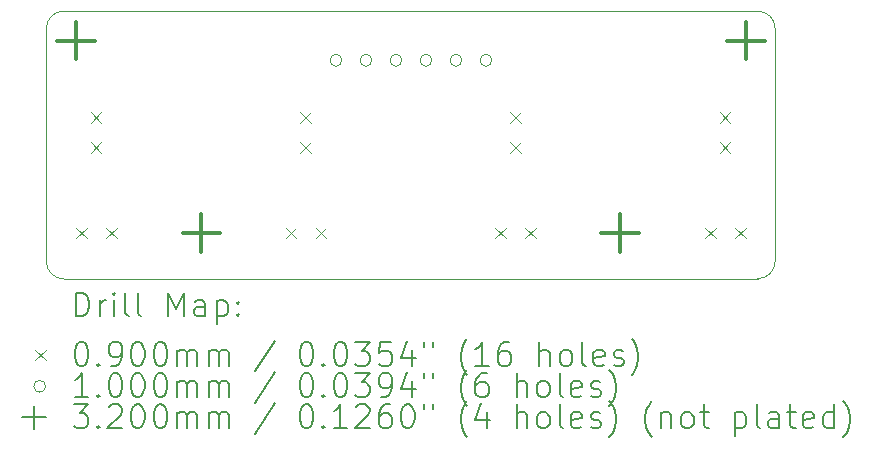
<source format=gbr>
%FSLAX45Y45*%
G04 Gerber Fmt 4.5, Leading zero omitted, Abs format (unit mm)*
G04 Created by KiCad (PCBNEW 6.0.1-79c1e3a40b~116~ubuntu20.04.1) date 2022-02-17 01:54:02*
%MOMM*%
%LPD*%
G01*
G04 APERTURE LIST*
%TA.AperFunction,Profile*%
%ADD10C,0.100000*%
%TD*%
%ADD11C,0.200000*%
%ADD12C,0.090000*%
%ADD13C,0.100000*%
%ADD14C,0.320000*%
G04 APERTURE END LIST*
D10*
X14703934Y-9057934D02*
X14703934Y-7091066D01*
X8681000Y-9209000D02*
X14553934Y-9207934D01*
X8531000Y-9059000D02*
G75*
G03*
X8681000Y-9209000I150000J0D01*
G01*
X14553934Y-6941066D02*
X8681000Y-6941000D01*
X8681000Y-6941000D02*
G75*
G03*
X8531000Y-7091000I0J-150000D01*
G01*
X14553934Y-9207934D02*
G75*
G03*
X14703934Y-9057934I0J150000D01*
G01*
X8531000Y-7091000D02*
X8531000Y-9059000D01*
X14703934Y-7091066D02*
G75*
G03*
X14553934Y-6941066I-150000J0D01*
G01*
D11*
D12*
X8783500Y-8777000D02*
X8873500Y-8867000D01*
X8873500Y-8777000D02*
X8783500Y-8867000D01*
X8909000Y-7799500D02*
X8999000Y-7889500D01*
X8999000Y-7799500D02*
X8909000Y-7889500D01*
X8909000Y-8053500D02*
X8999000Y-8143500D01*
X8999000Y-8053500D02*
X8909000Y-8143500D01*
X9037500Y-8777000D02*
X9127500Y-8867000D01*
X9127500Y-8777000D02*
X9037500Y-8867000D01*
X10558500Y-8777000D02*
X10648500Y-8867000D01*
X10648500Y-8777000D02*
X10558500Y-8867000D01*
X10684000Y-7799500D02*
X10774000Y-7889500D01*
X10774000Y-7799500D02*
X10684000Y-7889500D01*
X10684000Y-8053500D02*
X10774000Y-8143500D01*
X10774000Y-8053500D02*
X10684000Y-8143500D01*
X10812500Y-8777000D02*
X10902500Y-8867000D01*
X10902500Y-8777000D02*
X10812500Y-8867000D01*
X12333500Y-8777000D02*
X12423500Y-8867000D01*
X12423500Y-8777000D02*
X12333500Y-8867000D01*
X12459000Y-7799500D02*
X12549000Y-7889500D01*
X12549000Y-7799500D02*
X12459000Y-7889500D01*
X12459000Y-8053500D02*
X12549000Y-8143500D01*
X12549000Y-8053500D02*
X12459000Y-8143500D01*
X12587500Y-8777000D02*
X12677500Y-8867000D01*
X12677500Y-8777000D02*
X12587500Y-8867000D01*
X14108500Y-8777000D02*
X14198500Y-8867000D01*
X14198500Y-8777000D02*
X14108500Y-8867000D01*
X14234000Y-7799500D02*
X14324000Y-7889500D01*
X14324000Y-7799500D02*
X14234000Y-7889500D01*
X14234000Y-8053500D02*
X14324000Y-8143500D01*
X14324000Y-8053500D02*
X14234000Y-8143500D01*
X14362500Y-8777000D02*
X14452500Y-8867000D01*
X14452500Y-8777000D02*
X14362500Y-8867000D01*
D13*
X11034500Y-7358500D02*
G75*
G03*
X11034500Y-7358500I-50000J0D01*
G01*
X11288500Y-7358500D02*
G75*
G03*
X11288500Y-7358500I-50000J0D01*
G01*
X11542500Y-7358500D02*
G75*
G03*
X11542500Y-7358500I-50000J0D01*
G01*
X11796500Y-7358500D02*
G75*
G03*
X11796500Y-7358500I-50000J0D01*
G01*
X12050500Y-7358500D02*
G75*
G03*
X12050500Y-7358500I-50000J0D01*
G01*
X12304500Y-7358500D02*
G75*
G03*
X12304500Y-7358500I-50000J0D01*
G01*
D14*
X8781000Y-7031000D02*
X8781000Y-7351000D01*
X8621000Y-7191000D02*
X8941000Y-7191000D01*
X9846000Y-8662000D02*
X9846000Y-8982000D01*
X9686000Y-8822000D02*
X10006000Y-8822000D01*
X13390000Y-8662000D02*
X13390000Y-8982000D01*
X13230000Y-8822000D02*
X13550000Y-8822000D01*
X14454000Y-7031000D02*
X14454000Y-7351000D01*
X14294000Y-7191000D02*
X14614000Y-7191000D01*
D11*
X8783619Y-9524476D02*
X8783619Y-9324476D01*
X8831238Y-9324476D01*
X8859810Y-9334000D01*
X8878857Y-9353048D01*
X8888381Y-9372095D01*
X8897905Y-9410190D01*
X8897905Y-9438762D01*
X8888381Y-9476857D01*
X8878857Y-9495905D01*
X8859810Y-9514952D01*
X8831238Y-9524476D01*
X8783619Y-9524476D01*
X8983619Y-9524476D02*
X8983619Y-9391143D01*
X8983619Y-9429238D02*
X8993143Y-9410190D01*
X9002667Y-9400667D01*
X9021714Y-9391143D01*
X9040762Y-9391143D01*
X9107429Y-9524476D02*
X9107429Y-9391143D01*
X9107429Y-9324476D02*
X9097905Y-9334000D01*
X9107429Y-9343524D01*
X9116952Y-9334000D01*
X9107429Y-9324476D01*
X9107429Y-9343524D01*
X9231238Y-9524476D02*
X9212190Y-9514952D01*
X9202667Y-9495905D01*
X9202667Y-9324476D01*
X9336000Y-9524476D02*
X9316952Y-9514952D01*
X9307429Y-9495905D01*
X9307429Y-9324476D01*
X9564571Y-9524476D02*
X9564571Y-9324476D01*
X9631238Y-9467333D01*
X9697905Y-9324476D01*
X9697905Y-9524476D01*
X9878857Y-9524476D02*
X9878857Y-9419714D01*
X9869333Y-9400667D01*
X9850286Y-9391143D01*
X9812190Y-9391143D01*
X9793143Y-9400667D01*
X9878857Y-9514952D02*
X9859810Y-9524476D01*
X9812190Y-9524476D01*
X9793143Y-9514952D01*
X9783619Y-9495905D01*
X9783619Y-9476857D01*
X9793143Y-9457810D01*
X9812190Y-9448286D01*
X9859810Y-9448286D01*
X9878857Y-9438762D01*
X9974095Y-9391143D02*
X9974095Y-9591143D01*
X9974095Y-9400667D02*
X9993143Y-9391143D01*
X10031238Y-9391143D01*
X10050286Y-9400667D01*
X10059810Y-9410190D01*
X10069333Y-9429238D01*
X10069333Y-9486381D01*
X10059810Y-9505429D01*
X10050286Y-9514952D01*
X10031238Y-9524476D01*
X9993143Y-9524476D01*
X9974095Y-9514952D01*
X10155048Y-9505429D02*
X10164571Y-9514952D01*
X10155048Y-9524476D01*
X10145524Y-9514952D01*
X10155048Y-9505429D01*
X10155048Y-9524476D01*
X10155048Y-9400667D02*
X10164571Y-9410190D01*
X10155048Y-9419714D01*
X10145524Y-9410190D01*
X10155048Y-9400667D01*
X10155048Y-9419714D01*
D12*
X8436000Y-9809000D02*
X8526000Y-9899000D01*
X8526000Y-9809000D02*
X8436000Y-9899000D01*
D11*
X8821714Y-9744476D02*
X8840762Y-9744476D01*
X8859810Y-9754000D01*
X8869333Y-9763524D01*
X8878857Y-9782571D01*
X8888381Y-9820667D01*
X8888381Y-9868286D01*
X8878857Y-9906381D01*
X8869333Y-9925429D01*
X8859810Y-9934952D01*
X8840762Y-9944476D01*
X8821714Y-9944476D01*
X8802667Y-9934952D01*
X8793143Y-9925429D01*
X8783619Y-9906381D01*
X8774095Y-9868286D01*
X8774095Y-9820667D01*
X8783619Y-9782571D01*
X8793143Y-9763524D01*
X8802667Y-9754000D01*
X8821714Y-9744476D01*
X8974095Y-9925429D02*
X8983619Y-9934952D01*
X8974095Y-9944476D01*
X8964571Y-9934952D01*
X8974095Y-9925429D01*
X8974095Y-9944476D01*
X9078857Y-9944476D02*
X9116952Y-9944476D01*
X9136000Y-9934952D01*
X9145524Y-9925429D01*
X9164571Y-9896857D01*
X9174095Y-9858762D01*
X9174095Y-9782571D01*
X9164571Y-9763524D01*
X9155048Y-9754000D01*
X9136000Y-9744476D01*
X9097905Y-9744476D01*
X9078857Y-9754000D01*
X9069333Y-9763524D01*
X9059810Y-9782571D01*
X9059810Y-9830190D01*
X9069333Y-9849238D01*
X9078857Y-9858762D01*
X9097905Y-9868286D01*
X9136000Y-9868286D01*
X9155048Y-9858762D01*
X9164571Y-9849238D01*
X9174095Y-9830190D01*
X9297905Y-9744476D02*
X9316952Y-9744476D01*
X9336000Y-9754000D01*
X9345524Y-9763524D01*
X9355048Y-9782571D01*
X9364571Y-9820667D01*
X9364571Y-9868286D01*
X9355048Y-9906381D01*
X9345524Y-9925429D01*
X9336000Y-9934952D01*
X9316952Y-9944476D01*
X9297905Y-9944476D01*
X9278857Y-9934952D01*
X9269333Y-9925429D01*
X9259810Y-9906381D01*
X9250286Y-9868286D01*
X9250286Y-9820667D01*
X9259810Y-9782571D01*
X9269333Y-9763524D01*
X9278857Y-9754000D01*
X9297905Y-9744476D01*
X9488381Y-9744476D02*
X9507429Y-9744476D01*
X9526476Y-9754000D01*
X9536000Y-9763524D01*
X9545524Y-9782571D01*
X9555048Y-9820667D01*
X9555048Y-9868286D01*
X9545524Y-9906381D01*
X9536000Y-9925429D01*
X9526476Y-9934952D01*
X9507429Y-9944476D01*
X9488381Y-9944476D01*
X9469333Y-9934952D01*
X9459810Y-9925429D01*
X9450286Y-9906381D01*
X9440762Y-9868286D01*
X9440762Y-9820667D01*
X9450286Y-9782571D01*
X9459810Y-9763524D01*
X9469333Y-9754000D01*
X9488381Y-9744476D01*
X9640762Y-9944476D02*
X9640762Y-9811143D01*
X9640762Y-9830190D02*
X9650286Y-9820667D01*
X9669333Y-9811143D01*
X9697905Y-9811143D01*
X9716952Y-9820667D01*
X9726476Y-9839714D01*
X9726476Y-9944476D01*
X9726476Y-9839714D02*
X9736000Y-9820667D01*
X9755048Y-9811143D01*
X9783619Y-9811143D01*
X9802667Y-9820667D01*
X9812190Y-9839714D01*
X9812190Y-9944476D01*
X9907429Y-9944476D02*
X9907429Y-9811143D01*
X9907429Y-9830190D02*
X9916952Y-9820667D01*
X9936000Y-9811143D01*
X9964571Y-9811143D01*
X9983619Y-9820667D01*
X9993143Y-9839714D01*
X9993143Y-9944476D01*
X9993143Y-9839714D02*
X10002667Y-9820667D01*
X10021714Y-9811143D01*
X10050286Y-9811143D01*
X10069333Y-9820667D01*
X10078857Y-9839714D01*
X10078857Y-9944476D01*
X10469333Y-9734952D02*
X10297905Y-9992095D01*
X10726476Y-9744476D02*
X10745524Y-9744476D01*
X10764571Y-9754000D01*
X10774095Y-9763524D01*
X10783619Y-9782571D01*
X10793143Y-9820667D01*
X10793143Y-9868286D01*
X10783619Y-9906381D01*
X10774095Y-9925429D01*
X10764571Y-9934952D01*
X10745524Y-9944476D01*
X10726476Y-9944476D01*
X10707429Y-9934952D01*
X10697905Y-9925429D01*
X10688381Y-9906381D01*
X10678857Y-9868286D01*
X10678857Y-9820667D01*
X10688381Y-9782571D01*
X10697905Y-9763524D01*
X10707429Y-9754000D01*
X10726476Y-9744476D01*
X10878857Y-9925429D02*
X10888381Y-9934952D01*
X10878857Y-9944476D01*
X10869333Y-9934952D01*
X10878857Y-9925429D01*
X10878857Y-9944476D01*
X11012190Y-9744476D02*
X11031238Y-9744476D01*
X11050286Y-9754000D01*
X11059810Y-9763524D01*
X11069333Y-9782571D01*
X11078857Y-9820667D01*
X11078857Y-9868286D01*
X11069333Y-9906381D01*
X11059810Y-9925429D01*
X11050286Y-9934952D01*
X11031238Y-9944476D01*
X11012190Y-9944476D01*
X10993143Y-9934952D01*
X10983619Y-9925429D01*
X10974095Y-9906381D01*
X10964571Y-9868286D01*
X10964571Y-9820667D01*
X10974095Y-9782571D01*
X10983619Y-9763524D01*
X10993143Y-9754000D01*
X11012190Y-9744476D01*
X11145524Y-9744476D02*
X11269333Y-9744476D01*
X11202667Y-9820667D01*
X11231238Y-9820667D01*
X11250286Y-9830190D01*
X11259809Y-9839714D01*
X11269333Y-9858762D01*
X11269333Y-9906381D01*
X11259809Y-9925429D01*
X11250286Y-9934952D01*
X11231238Y-9944476D01*
X11174095Y-9944476D01*
X11155048Y-9934952D01*
X11145524Y-9925429D01*
X11450286Y-9744476D02*
X11355048Y-9744476D01*
X11345524Y-9839714D01*
X11355048Y-9830190D01*
X11374095Y-9820667D01*
X11421714Y-9820667D01*
X11440762Y-9830190D01*
X11450286Y-9839714D01*
X11459809Y-9858762D01*
X11459809Y-9906381D01*
X11450286Y-9925429D01*
X11440762Y-9934952D01*
X11421714Y-9944476D01*
X11374095Y-9944476D01*
X11355048Y-9934952D01*
X11345524Y-9925429D01*
X11631238Y-9811143D02*
X11631238Y-9944476D01*
X11583619Y-9734952D02*
X11536000Y-9877810D01*
X11659809Y-9877810D01*
X11726476Y-9744476D02*
X11726476Y-9782571D01*
X11802667Y-9744476D02*
X11802667Y-9782571D01*
X12097905Y-10020667D02*
X12088381Y-10011143D01*
X12069333Y-9982571D01*
X12059809Y-9963524D01*
X12050286Y-9934952D01*
X12040762Y-9887333D01*
X12040762Y-9849238D01*
X12050286Y-9801619D01*
X12059809Y-9773048D01*
X12069333Y-9754000D01*
X12088381Y-9725429D01*
X12097905Y-9715905D01*
X12278857Y-9944476D02*
X12164571Y-9944476D01*
X12221714Y-9944476D02*
X12221714Y-9744476D01*
X12202667Y-9773048D01*
X12183619Y-9792095D01*
X12164571Y-9801619D01*
X12450286Y-9744476D02*
X12412190Y-9744476D01*
X12393143Y-9754000D01*
X12383619Y-9763524D01*
X12364571Y-9792095D01*
X12355048Y-9830190D01*
X12355048Y-9906381D01*
X12364571Y-9925429D01*
X12374095Y-9934952D01*
X12393143Y-9944476D01*
X12431238Y-9944476D01*
X12450286Y-9934952D01*
X12459809Y-9925429D01*
X12469333Y-9906381D01*
X12469333Y-9858762D01*
X12459809Y-9839714D01*
X12450286Y-9830190D01*
X12431238Y-9820667D01*
X12393143Y-9820667D01*
X12374095Y-9830190D01*
X12364571Y-9839714D01*
X12355048Y-9858762D01*
X12707428Y-9944476D02*
X12707428Y-9744476D01*
X12793143Y-9944476D02*
X12793143Y-9839714D01*
X12783619Y-9820667D01*
X12764571Y-9811143D01*
X12736000Y-9811143D01*
X12716952Y-9820667D01*
X12707428Y-9830190D01*
X12916952Y-9944476D02*
X12897905Y-9934952D01*
X12888381Y-9925429D01*
X12878857Y-9906381D01*
X12878857Y-9849238D01*
X12888381Y-9830190D01*
X12897905Y-9820667D01*
X12916952Y-9811143D01*
X12945524Y-9811143D01*
X12964571Y-9820667D01*
X12974095Y-9830190D01*
X12983619Y-9849238D01*
X12983619Y-9906381D01*
X12974095Y-9925429D01*
X12964571Y-9934952D01*
X12945524Y-9944476D01*
X12916952Y-9944476D01*
X13097905Y-9944476D02*
X13078857Y-9934952D01*
X13069333Y-9915905D01*
X13069333Y-9744476D01*
X13250286Y-9934952D02*
X13231238Y-9944476D01*
X13193143Y-9944476D01*
X13174095Y-9934952D01*
X13164571Y-9915905D01*
X13164571Y-9839714D01*
X13174095Y-9820667D01*
X13193143Y-9811143D01*
X13231238Y-9811143D01*
X13250286Y-9820667D01*
X13259809Y-9839714D01*
X13259809Y-9858762D01*
X13164571Y-9877810D01*
X13336000Y-9934952D02*
X13355048Y-9944476D01*
X13393143Y-9944476D01*
X13412190Y-9934952D01*
X13421714Y-9915905D01*
X13421714Y-9906381D01*
X13412190Y-9887333D01*
X13393143Y-9877810D01*
X13364571Y-9877810D01*
X13345524Y-9868286D01*
X13336000Y-9849238D01*
X13336000Y-9839714D01*
X13345524Y-9820667D01*
X13364571Y-9811143D01*
X13393143Y-9811143D01*
X13412190Y-9820667D01*
X13488381Y-10020667D02*
X13497905Y-10011143D01*
X13516952Y-9982571D01*
X13526476Y-9963524D01*
X13536000Y-9934952D01*
X13545524Y-9887333D01*
X13545524Y-9849238D01*
X13536000Y-9801619D01*
X13526476Y-9773048D01*
X13516952Y-9754000D01*
X13497905Y-9725429D01*
X13488381Y-9715905D01*
D13*
X8526000Y-10118000D02*
G75*
G03*
X8526000Y-10118000I-50000J0D01*
G01*
D11*
X8888381Y-10208476D02*
X8774095Y-10208476D01*
X8831238Y-10208476D02*
X8831238Y-10008476D01*
X8812190Y-10037048D01*
X8793143Y-10056095D01*
X8774095Y-10065619D01*
X8974095Y-10189429D02*
X8983619Y-10198952D01*
X8974095Y-10208476D01*
X8964571Y-10198952D01*
X8974095Y-10189429D01*
X8974095Y-10208476D01*
X9107429Y-10008476D02*
X9126476Y-10008476D01*
X9145524Y-10018000D01*
X9155048Y-10027524D01*
X9164571Y-10046571D01*
X9174095Y-10084667D01*
X9174095Y-10132286D01*
X9164571Y-10170381D01*
X9155048Y-10189429D01*
X9145524Y-10198952D01*
X9126476Y-10208476D01*
X9107429Y-10208476D01*
X9088381Y-10198952D01*
X9078857Y-10189429D01*
X9069333Y-10170381D01*
X9059810Y-10132286D01*
X9059810Y-10084667D01*
X9069333Y-10046571D01*
X9078857Y-10027524D01*
X9088381Y-10018000D01*
X9107429Y-10008476D01*
X9297905Y-10008476D02*
X9316952Y-10008476D01*
X9336000Y-10018000D01*
X9345524Y-10027524D01*
X9355048Y-10046571D01*
X9364571Y-10084667D01*
X9364571Y-10132286D01*
X9355048Y-10170381D01*
X9345524Y-10189429D01*
X9336000Y-10198952D01*
X9316952Y-10208476D01*
X9297905Y-10208476D01*
X9278857Y-10198952D01*
X9269333Y-10189429D01*
X9259810Y-10170381D01*
X9250286Y-10132286D01*
X9250286Y-10084667D01*
X9259810Y-10046571D01*
X9269333Y-10027524D01*
X9278857Y-10018000D01*
X9297905Y-10008476D01*
X9488381Y-10008476D02*
X9507429Y-10008476D01*
X9526476Y-10018000D01*
X9536000Y-10027524D01*
X9545524Y-10046571D01*
X9555048Y-10084667D01*
X9555048Y-10132286D01*
X9545524Y-10170381D01*
X9536000Y-10189429D01*
X9526476Y-10198952D01*
X9507429Y-10208476D01*
X9488381Y-10208476D01*
X9469333Y-10198952D01*
X9459810Y-10189429D01*
X9450286Y-10170381D01*
X9440762Y-10132286D01*
X9440762Y-10084667D01*
X9450286Y-10046571D01*
X9459810Y-10027524D01*
X9469333Y-10018000D01*
X9488381Y-10008476D01*
X9640762Y-10208476D02*
X9640762Y-10075143D01*
X9640762Y-10094190D02*
X9650286Y-10084667D01*
X9669333Y-10075143D01*
X9697905Y-10075143D01*
X9716952Y-10084667D01*
X9726476Y-10103714D01*
X9726476Y-10208476D01*
X9726476Y-10103714D02*
X9736000Y-10084667D01*
X9755048Y-10075143D01*
X9783619Y-10075143D01*
X9802667Y-10084667D01*
X9812190Y-10103714D01*
X9812190Y-10208476D01*
X9907429Y-10208476D02*
X9907429Y-10075143D01*
X9907429Y-10094190D02*
X9916952Y-10084667D01*
X9936000Y-10075143D01*
X9964571Y-10075143D01*
X9983619Y-10084667D01*
X9993143Y-10103714D01*
X9993143Y-10208476D01*
X9993143Y-10103714D02*
X10002667Y-10084667D01*
X10021714Y-10075143D01*
X10050286Y-10075143D01*
X10069333Y-10084667D01*
X10078857Y-10103714D01*
X10078857Y-10208476D01*
X10469333Y-9998952D02*
X10297905Y-10256095D01*
X10726476Y-10008476D02*
X10745524Y-10008476D01*
X10764571Y-10018000D01*
X10774095Y-10027524D01*
X10783619Y-10046571D01*
X10793143Y-10084667D01*
X10793143Y-10132286D01*
X10783619Y-10170381D01*
X10774095Y-10189429D01*
X10764571Y-10198952D01*
X10745524Y-10208476D01*
X10726476Y-10208476D01*
X10707429Y-10198952D01*
X10697905Y-10189429D01*
X10688381Y-10170381D01*
X10678857Y-10132286D01*
X10678857Y-10084667D01*
X10688381Y-10046571D01*
X10697905Y-10027524D01*
X10707429Y-10018000D01*
X10726476Y-10008476D01*
X10878857Y-10189429D02*
X10888381Y-10198952D01*
X10878857Y-10208476D01*
X10869333Y-10198952D01*
X10878857Y-10189429D01*
X10878857Y-10208476D01*
X11012190Y-10008476D02*
X11031238Y-10008476D01*
X11050286Y-10018000D01*
X11059810Y-10027524D01*
X11069333Y-10046571D01*
X11078857Y-10084667D01*
X11078857Y-10132286D01*
X11069333Y-10170381D01*
X11059810Y-10189429D01*
X11050286Y-10198952D01*
X11031238Y-10208476D01*
X11012190Y-10208476D01*
X10993143Y-10198952D01*
X10983619Y-10189429D01*
X10974095Y-10170381D01*
X10964571Y-10132286D01*
X10964571Y-10084667D01*
X10974095Y-10046571D01*
X10983619Y-10027524D01*
X10993143Y-10018000D01*
X11012190Y-10008476D01*
X11145524Y-10008476D02*
X11269333Y-10008476D01*
X11202667Y-10084667D01*
X11231238Y-10084667D01*
X11250286Y-10094190D01*
X11259809Y-10103714D01*
X11269333Y-10122762D01*
X11269333Y-10170381D01*
X11259809Y-10189429D01*
X11250286Y-10198952D01*
X11231238Y-10208476D01*
X11174095Y-10208476D01*
X11155048Y-10198952D01*
X11145524Y-10189429D01*
X11364571Y-10208476D02*
X11402667Y-10208476D01*
X11421714Y-10198952D01*
X11431238Y-10189429D01*
X11450286Y-10160857D01*
X11459809Y-10122762D01*
X11459809Y-10046571D01*
X11450286Y-10027524D01*
X11440762Y-10018000D01*
X11421714Y-10008476D01*
X11383619Y-10008476D01*
X11364571Y-10018000D01*
X11355048Y-10027524D01*
X11345524Y-10046571D01*
X11345524Y-10094190D01*
X11355048Y-10113238D01*
X11364571Y-10122762D01*
X11383619Y-10132286D01*
X11421714Y-10132286D01*
X11440762Y-10122762D01*
X11450286Y-10113238D01*
X11459809Y-10094190D01*
X11631238Y-10075143D02*
X11631238Y-10208476D01*
X11583619Y-9998952D02*
X11536000Y-10141810D01*
X11659809Y-10141810D01*
X11726476Y-10008476D02*
X11726476Y-10046571D01*
X11802667Y-10008476D02*
X11802667Y-10046571D01*
X12097905Y-10284667D02*
X12088381Y-10275143D01*
X12069333Y-10246571D01*
X12059809Y-10227524D01*
X12050286Y-10198952D01*
X12040762Y-10151333D01*
X12040762Y-10113238D01*
X12050286Y-10065619D01*
X12059809Y-10037048D01*
X12069333Y-10018000D01*
X12088381Y-9989429D01*
X12097905Y-9979905D01*
X12259809Y-10008476D02*
X12221714Y-10008476D01*
X12202667Y-10018000D01*
X12193143Y-10027524D01*
X12174095Y-10056095D01*
X12164571Y-10094190D01*
X12164571Y-10170381D01*
X12174095Y-10189429D01*
X12183619Y-10198952D01*
X12202667Y-10208476D01*
X12240762Y-10208476D01*
X12259809Y-10198952D01*
X12269333Y-10189429D01*
X12278857Y-10170381D01*
X12278857Y-10122762D01*
X12269333Y-10103714D01*
X12259809Y-10094190D01*
X12240762Y-10084667D01*
X12202667Y-10084667D01*
X12183619Y-10094190D01*
X12174095Y-10103714D01*
X12164571Y-10122762D01*
X12516952Y-10208476D02*
X12516952Y-10008476D01*
X12602667Y-10208476D02*
X12602667Y-10103714D01*
X12593143Y-10084667D01*
X12574095Y-10075143D01*
X12545524Y-10075143D01*
X12526476Y-10084667D01*
X12516952Y-10094190D01*
X12726476Y-10208476D02*
X12707428Y-10198952D01*
X12697905Y-10189429D01*
X12688381Y-10170381D01*
X12688381Y-10113238D01*
X12697905Y-10094190D01*
X12707428Y-10084667D01*
X12726476Y-10075143D01*
X12755048Y-10075143D01*
X12774095Y-10084667D01*
X12783619Y-10094190D01*
X12793143Y-10113238D01*
X12793143Y-10170381D01*
X12783619Y-10189429D01*
X12774095Y-10198952D01*
X12755048Y-10208476D01*
X12726476Y-10208476D01*
X12907428Y-10208476D02*
X12888381Y-10198952D01*
X12878857Y-10179905D01*
X12878857Y-10008476D01*
X13059809Y-10198952D02*
X13040762Y-10208476D01*
X13002667Y-10208476D01*
X12983619Y-10198952D01*
X12974095Y-10179905D01*
X12974095Y-10103714D01*
X12983619Y-10084667D01*
X13002667Y-10075143D01*
X13040762Y-10075143D01*
X13059809Y-10084667D01*
X13069333Y-10103714D01*
X13069333Y-10122762D01*
X12974095Y-10141810D01*
X13145524Y-10198952D02*
X13164571Y-10208476D01*
X13202667Y-10208476D01*
X13221714Y-10198952D01*
X13231238Y-10179905D01*
X13231238Y-10170381D01*
X13221714Y-10151333D01*
X13202667Y-10141810D01*
X13174095Y-10141810D01*
X13155048Y-10132286D01*
X13145524Y-10113238D01*
X13145524Y-10103714D01*
X13155048Y-10084667D01*
X13174095Y-10075143D01*
X13202667Y-10075143D01*
X13221714Y-10084667D01*
X13297905Y-10284667D02*
X13307428Y-10275143D01*
X13326476Y-10246571D01*
X13336000Y-10227524D01*
X13345524Y-10198952D01*
X13355048Y-10151333D01*
X13355048Y-10113238D01*
X13345524Y-10065619D01*
X13336000Y-10037048D01*
X13326476Y-10018000D01*
X13307428Y-9989429D01*
X13297905Y-9979905D01*
X8426000Y-10282000D02*
X8426000Y-10482000D01*
X8326000Y-10382000D02*
X8526000Y-10382000D01*
X8764571Y-10272476D02*
X8888381Y-10272476D01*
X8821714Y-10348667D01*
X8850286Y-10348667D01*
X8869333Y-10358190D01*
X8878857Y-10367714D01*
X8888381Y-10386762D01*
X8888381Y-10434381D01*
X8878857Y-10453429D01*
X8869333Y-10462952D01*
X8850286Y-10472476D01*
X8793143Y-10472476D01*
X8774095Y-10462952D01*
X8764571Y-10453429D01*
X8974095Y-10453429D02*
X8983619Y-10462952D01*
X8974095Y-10472476D01*
X8964571Y-10462952D01*
X8974095Y-10453429D01*
X8974095Y-10472476D01*
X9059810Y-10291524D02*
X9069333Y-10282000D01*
X9088381Y-10272476D01*
X9136000Y-10272476D01*
X9155048Y-10282000D01*
X9164571Y-10291524D01*
X9174095Y-10310571D01*
X9174095Y-10329619D01*
X9164571Y-10358190D01*
X9050286Y-10472476D01*
X9174095Y-10472476D01*
X9297905Y-10272476D02*
X9316952Y-10272476D01*
X9336000Y-10282000D01*
X9345524Y-10291524D01*
X9355048Y-10310571D01*
X9364571Y-10348667D01*
X9364571Y-10396286D01*
X9355048Y-10434381D01*
X9345524Y-10453429D01*
X9336000Y-10462952D01*
X9316952Y-10472476D01*
X9297905Y-10472476D01*
X9278857Y-10462952D01*
X9269333Y-10453429D01*
X9259810Y-10434381D01*
X9250286Y-10396286D01*
X9250286Y-10348667D01*
X9259810Y-10310571D01*
X9269333Y-10291524D01*
X9278857Y-10282000D01*
X9297905Y-10272476D01*
X9488381Y-10272476D02*
X9507429Y-10272476D01*
X9526476Y-10282000D01*
X9536000Y-10291524D01*
X9545524Y-10310571D01*
X9555048Y-10348667D01*
X9555048Y-10396286D01*
X9545524Y-10434381D01*
X9536000Y-10453429D01*
X9526476Y-10462952D01*
X9507429Y-10472476D01*
X9488381Y-10472476D01*
X9469333Y-10462952D01*
X9459810Y-10453429D01*
X9450286Y-10434381D01*
X9440762Y-10396286D01*
X9440762Y-10348667D01*
X9450286Y-10310571D01*
X9459810Y-10291524D01*
X9469333Y-10282000D01*
X9488381Y-10272476D01*
X9640762Y-10472476D02*
X9640762Y-10339143D01*
X9640762Y-10358190D02*
X9650286Y-10348667D01*
X9669333Y-10339143D01*
X9697905Y-10339143D01*
X9716952Y-10348667D01*
X9726476Y-10367714D01*
X9726476Y-10472476D01*
X9726476Y-10367714D02*
X9736000Y-10348667D01*
X9755048Y-10339143D01*
X9783619Y-10339143D01*
X9802667Y-10348667D01*
X9812190Y-10367714D01*
X9812190Y-10472476D01*
X9907429Y-10472476D02*
X9907429Y-10339143D01*
X9907429Y-10358190D02*
X9916952Y-10348667D01*
X9936000Y-10339143D01*
X9964571Y-10339143D01*
X9983619Y-10348667D01*
X9993143Y-10367714D01*
X9993143Y-10472476D01*
X9993143Y-10367714D02*
X10002667Y-10348667D01*
X10021714Y-10339143D01*
X10050286Y-10339143D01*
X10069333Y-10348667D01*
X10078857Y-10367714D01*
X10078857Y-10472476D01*
X10469333Y-10262952D02*
X10297905Y-10520095D01*
X10726476Y-10272476D02*
X10745524Y-10272476D01*
X10764571Y-10282000D01*
X10774095Y-10291524D01*
X10783619Y-10310571D01*
X10793143Y-10348667D01*
X10793143Y-10396286D01*
X10783619Y-10434381D01*
X10774095Y-10453429D01*
X10764571Y-10462952D01*
X10745524Y-10472476D01*
X10726476Y-10472476D01*
X10707429Y-10462952D01*
X10697905Y-10453429D01*
X10688381Y-10434381D01*
X10678857Y-10396286D01*
X10678857Y-10348667D01*
X10688381Y-10310571D01*
X10697905Y-10291524D01*
X10707429Y-10282000D01*
X10726476Y-10272476D01*
X10878857Y-10453429D02*
X10888381Y-10462952D01*
X10878857Y-10472476D01*
X10869333Y-10462952D01*
X10878857Y-10453429D01*
X10878857Y-10472476D01*
X11078857Y-10472476D02*
X10964571Y-10472476D01*
X11021714Y-10472476D02*
X11021714Y-10272476D01*
X11002667Y-10301048D01*
X10983619Y-10320095D01*
X10964571Y-10329619D01*
X11155048Y-10291524D02*
X11164571Y-10282000D01*
X11183619Y-10272476D01*
X11231238Y-10272476D01*
X11250286Y-10282000D01*
X11259809Y-10291524D01*
X11269333Y-10310571D01*
X11269333Y-10329619D01*
X11259809Y-10358190D01*
X11145524Y-10472476D01*
X11269333Y-10472476D01*
X11440762Y-10272476D02*
X11402667Y-10272476D01*
X11383619Y-10282000D01*
X11374095Y-10291524D01*
X11355048Y-10320095D01*
X11345524Y-10358190D01*
X11345524Y-10434381D01*
X11355048Y-10453429D01*
X11364571Y-10462952D01*
X11383619Y-10472476D01*
X11421714Y-10472476D01*
X11440762Y-10462952D01*
X11450286Y-10453429D01*
X11459809Y-10434381D01*
X11459809Y-10386762D01*
X11450286Y-10367714D01*
X11440762Y-10358190D01*
X11421714Y-10348667D01*
X11383619Y-10348667D01*
X11364571Y-10358190D01*
X11355048Y-10367714D01*
X11345524Y-10386762D01*
X11583619Y-10272476D02*
X11602667Y-10272476D01*
X11621714Y-10282000D01*
X11631238Y-10291524D01*
X11640762Y-10310571D01*
X11650286Y-10348667D01*
X11650286Y-10396286D01*
X11640762Y-10434381D01*
X11631238Y-10453429D01*
X11621714Y-10462952D01*
X11602667Y-10472476D01*
X11583619Y-10472476D01*
X11564571Y-10462952D01*
X11555048Y-10453429D01*
X11545524Y-10434381D01*
X11536000Y-10396286D01*
X11536000Y-10348667D01*
X11545524Y-10310571D01*
X11555048Y-10291524D01*
X11564571Y-10282000D01*
X11583619Y-10272476D01*
X11726476Y-10272476D02*
X11726476Y-10310571D01*
X11802667Y-10272476D02*
X11802667Y-10310571D01*
X12097905Y-10548667D02*
X12088381Y-10539143D01*
X12069333Y-10510571D01*
X12059809Y-10491524D01*
X12050286Y-10462952D01*
X12040762Y-10415333D01*
X12040762Y-10377238D01*
X12050286Y-10329619D01*
X12059809Y-10301048D01*
X12069333Y-10282000D01*
X12088381Y-10253429D01*
X12097905Y-10243905D01*
X12259809Y-10339143D02*
X12259809Y-10472476D01*
X12212190Y-10262952D02*
X12164571Y-10405810D01*
X12288381Y-10405810D01*
X12516952Y-10472476D02*
X12516952Y-10272476D01*
X12602667Y-10472476D02*
X12602667Y-10367714D01*
X12593143Y-10348667D01*
X12574095Y-10339143D01*
X12545524Y-10339143D01*
X12526476Y-10348667D01*
X12516952Y-10358190D01*
X12726476Y-10472476D02*
X12707428Y-10462952D01*
X12697905Y-10453429D01*
X12688381Y-10434381D01*
X12688381Y-10377238D01*
X12697905Y-10358190D01*
X12707428Y-10348667D01*
X12726476Y-10339143D01*
X12755048Y-10339143D01*
X12774095Y-10348667D01*
X12783619Y-10358190D01*
X12793143Y-10377238D01*
X12793143Y-10434381D01*
X12783619Y-10453429D01*
X12774095Y-10462952D01*
X12755048Y-10472476D01*
X12726476Y-10472476D01*
X12907428Y-10472476D02*
X12888381Y-10462952D01*
X12878857Y-10443905D01*
X12878857Y-10272476D01*
X13059809Y-10462952D02*
X13040762Y-10472476D01*
X13002667Y-10472476D01*
X12983619Y-10462952D01*
X12974095Y-10443905D01*
X12974095Y-10367714D01*
X12983619Y-10348667D01*
X13002667Y-10339143D01*
X13040762Y-10339143D01*
X13059809Y-10348667D01*
X13069333Y-10367714D01*
X13069333Y-10386762D01*
X12974095Y-10405810D01*
X13145524Y-10462952D02*
X13164571Y-10472476D01*
X13202667Y-10472476D01*
X13221714Y-10462952D01*
X13231238Y-10443905D01*
X13231238Y-10434381D01*
X13221714Y-10415333D01*
X13202667Y-10405810D01*
X13174095Y-10405810D01*
X13155048Y-10396286D01*
X13145524Y-10377238D01*
X13145524Y-10367714D01*
X13155048Y-10348667D01*
X13174095Y-10339143D01*
X13202667Y-10339143D01*
X13221714Y-10348667D01*
X13297905Y-10548667D02*
X13307428Y-10539143D01*
X13326476Y-10510571D01*
X13336000Y-10491524D01*
X13345524Y-10462952D01*
X13355048Y-10415333D01*
X13355048Y-10377238D01*
X13345524Y-10329619D01*
X13336000Y-10301048D01*
X13326476Y-10282000D01*
X13307428Y-10253429D01*
X13297905Y-10243905D01*
X13659809Y-10548667D02*
X13650286Y-10539143D01*
X13631238Y-10510571D01*
X13621714Y-10491524D01*
X13612190Y-10462952D01*
X13602667Y-10415333D01*
X13602667Y-10377238D01*
X13612190Y-10329619D01*
X13621714Y-10301048D01*
X13631238Y-10282000D01*
X13650286Y-10253429D01*
X13659809Y-10243905D01*
X13736000Y-10339143D02*
X13736000Y-10472476D01*
X13736000Y-10358190D02*
X13745524Y-10348667D01*
X13764571Y-10339143D01*
X13793143Y-10339143D01*
X13812190Y-10348667D01*
X13821714Y-10367714D01*
X13821714Y-10472476D01*
X13945524Y-10472476D02*
X13926476Y-10462952D01*
X13916952Y-10453429D01*
X13907428Y-10434381D01*
X13907428Y-10377238D01*
X13916952Y-10358190D01*
X13926476Y-10348667D01*
X13945524Y-10339143D01*
X13974095Y-10339143D01*
X13993143Y-10348667D01*
X14002667Y-10358190D01*
X14012190Y-10377238D01*
X14012190Y-10434381D01*
X14002667Y-10453429D01*
X13993143Y-10462952D01*
X13974095Y-10472476D01*
X13945524Y-10472476D01*
X14069333Y-10339143D02*
X14145524Y-10339143D01*
X14097905Y-10272476D02*
X14097905Y-10443905D01*
X14107428Y-10462952D01*
X14126476Y-10472476D01*
X14145524Y-10472476D01*
X14364571Y-10339143D02*
X14364571Y-10539143D01*
X14364571Y-10348667D02*
X14383619Y-10339143D01*
X14421714Y-10339143D01*
X14440762Y-10348667D01*
X14450286Y-10358190D01*
X14459809Y-10377238D01*
X14459809Y-10434381D01*
X14450286Y-10453429D01*
X14440762Y-10462952D01*
X14421714Y-10472476D01*
X14383619Y-10472476D01*
X14364571Y-10462952D01*
X14574095Y-10472476D02*
X14555048Y-10462952D01*
X14545524Y-10443905D01*
X14545524Y-10272476D01*
X14736000Y-10472476D02*
X14736000Y-10367714D01*
X14726476Y-10348667D01*
X14707428Y-10339143D01*
X14669333Y-10339143D01*
X14650286Y-10348667D01*
X14736000Y-10462952D02*
X14716952Y-10472476D01*
X14669333Y-10472476D01*
X14650286Y-10462952D01*
X14640762Y-10443905D01*
X14640762Y-10424857D01*
X14650286Y-10405810D01*
X14669333Y-10396286D01*
X14716952Y-10396286D01*
X14736000Y-10386762D01*
X14802667Y-10339143D02*
X14878857Y-10339143D01*
X14831238Y-10272476D02*
X14831238Y-10443905D01*
X14840762Y-10462952D01*
X14859809Y-10472476D01*
X14878857Y-10472476D01*
X15021714Y-10462952D02*
X15002667Y-10472476D01*
X14964571Y-10472476D01*
X14945524Y-10462952D01*
X14936000Y-10443905D01*
X14936000Y-10367714D01*
X14945524Y-10348667D01*
X14964571Y-10339143D01*
X15002667Y-10339143D01*
X15021714Y-10348667D01*
X15031238Y-10367714D01*
X15031238Y-10386762D01*
X14936000Y-10405810D01*
X15202667Y-10472476D02*
X15202667Y-10272476D01*
X15202667Y-10462952D02*
X15183619Y-10472476D01*
X15145524Y-10472476D01*
X15126476Y-10462952D01*
X15116952Y-10453429D01*
X15107428Y-10434381D01*
X15107428Y-10377238D01*
X15116952Y-10358190D01*
X15126476Y-10348667D01*
X15145524Y-10339143D01*
X15183619Y-10339143D01*
X15202667Y-10348667D01*
X15278857Y-10548667D02*
X15288381Y-10539143D01*
X15307428Y-10510571D01*
X15316952Y-10491524D01*
X15326476Y-10462952D01*
X15336000Y-10415333D01*
X15336000Y-10377238D01*
X15326476Y-10329619D01*
X15316952Y-10301048D01*
X15307428Y-10282000D01*
X15288381Y-10253429D01*
X15278857Y-10243905D01*
M02*

</source>
